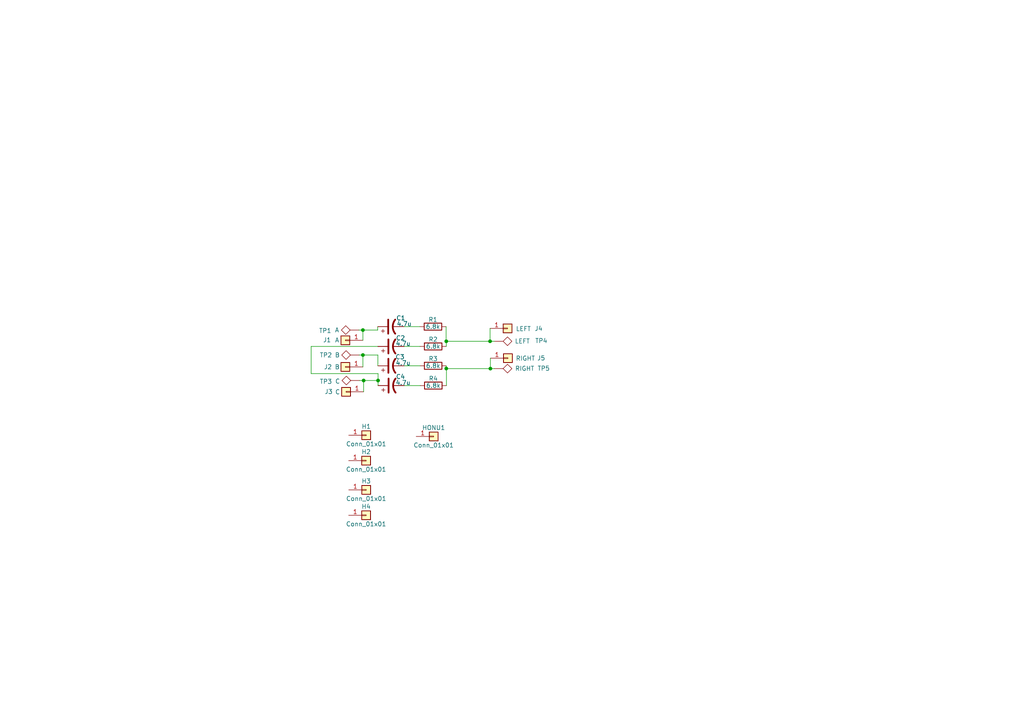
<source format=kicad_sch>
(kicad_sch (version 20230121) (generator eeschema)
  (paper "A4")
  (title_block (rev "1.1"))
  (lib_symbols
    (symbol "StereoMod-rescue:CP1" (pin_numbers hide) (pin_names (offset 0.254) hide)
      (property "Reference" "C" (at 0.635 2.54 0))
      (property "Value" "CP1" (at 0.635 -2.54 0))
      (symbol "CP1_0_1"
        (polyline (pts (xy -2.032 0.762) (xy 2.032 0.762)) (stroke (width 0.508)))
        (polyline (pts (xy -1.778 2.286) (xy -0.762 2.286)))
        (polyline (pts (xy -1.27 1.778) (xy -1.27 2.794)))
        (arc (start 2.032 -1.27) (mid 0 -0.5572) (end -2.032 -1.27) (stroke (width 0.508)))
      )
      (symbol "CP1_1_1"
        (pin passive line (at 0 3.81 270) (length 2.794) (name "~") (number "1"))
        (pin passive line (at 0 -3.81 90) (length 3.302) (name "~") (number "2"))
      )
    )
    (symbol "StereoMod-rescue:Conn_01x01" (pin_names (offset 1.016) hide)
      (property "Reference" "J" (at 0 2.54 0))
      (property "Value" "Conn_01x01" (at 0 -2.54 0))
      (symbol "Conn_01x01_1_1"
        (rectangle (start -1.27 0.127) (end 0 -0.127) (stroke (width 0.1524)))
        (rectangle (start -1.27 1.27) (end 1.27 -1.27) (stroke (width 0.254)) (fill (type background)))
        (pin passive line (at -5.08 0 0) (length 3.81) (name "Pin_1") (number "1"))
      )
    )
    (symbol "StereoMod-rescue:R" (pin_numbers hide) (pin_names (offset 0))
      (property "Reference" "R" (at 2.032 0 90))
      (property "Value" "R" (at 0 0 90))
      (symbol "R_0_1"
        (rectangle (start -1.016 -2.54) (end 1.016 2.54) (stroke (width 0.254)))
      )
      (symbol "R_1_1"
        (pin passive line (at 0 3.81 270) (length 1.27) (name "~") (number "1"))
        (pin passive line (at 0 -3.81 90) (length 1.27) (name "~") (number "2"))
      )
    )
    (symbol "StereoMod-rescue:TEST" (pin_numbers hide) (pin_names (offset 1.016) hide)
      (property "Reference" "TP" (at 0 7.62 0))
      (property "Value" "TEST" (at 0 6.35 0))
      (symbol "TEST_0_1"
        (polyline (pts (xy 0 5.08) (xy -1.27 3.81) (xy 0 2.54) (xy 1.27 3.81) (xy 0 5.08) (xy 0 5.08)))
      )
      (symbol "TEST_1_1"
        (pin passive line (at 0 0 90) (length 2.54) (name "~") (number "1"))
      )
    )
  )
  (junction (at 105.2576 95.7326))
  (junction (at 129.4384 98.9838))
  (junction (at 105.4608 110.363))
  (junction (at 105.2576 102.9716))
  (junction (at 142.24 106.9086))
  (junction (at 142.1384 98.9838))
  (junction (at 109.6518 110.363))
  (junction (at 129.4384 106.8832))
  (wire (pts (xy 109.601 102.9716) (xy 109.601 106.0958)))
  (wire (pts (xy 142.1384 95.25) (xy 142.1384 98.9838)))
  (wire (pts (xy 105.2576 98.7044) (xy 105.2576 95.7326)))
  (wire (pts (xy 90.2462 100.4824) (xy 90.2462 108.3564)))
  (wire (pts (xy 109.5502 95.7326) (xy 109.5502 94.742)))
  (wire (pts (xy 129.4384 106.0958) (xy 129.4384 106.8832)))
  (wire (pts (xy 104.267 110.363) (xy 105.4608 110.363)))
  (wire (pts (xy 117.1702 94.742) (xy 121.7676 94.742)))
  (wire (pts (xy 117.221 100.4824) (xy 121.8184 100.4824)))
  (wire (pts (xy 105.4608 110.363) (xy 109.6518 110.363)))
  (wire (pts (xy 129.4384 100.4824) (xy 129.4384 98.9838)))
  (wire (pts (xy 129.4384 98.9838) (xy 142.1384 98.9838)))
  (wire (pts (xy 129.3876 98.9838) (xy 129.4384 98.9838)))
  (wire (pts (xy 109.6518 108.3564) (xy 109.6518 110.363)))
  (wire (pts (xy 117.2718 111.8362) (xy 121.8692 111.8362)))
  (wire (pts (xy 109.6518 110.363) (xy 109.6518 111.8362)))
  (wire (pts (xy 109.601 100.4824) (xy 90.2462 100.4824)))
  (wire (pts (xy 105.2576 106.426) (xy 105.2576 102.9716)))
  (wire (pts (xy 117.221 106.0958) (xy 121.8184 106.0958)))
  (wire (pts (xy 129.4892 111.8362) (xy 129.4892 106.8832)))
  (wire (pts (xy 105.2576 102.9716) (xy 109.601 102.9716)))
  (wire (pts (xy 142.24 103.886) (xy 142.24 106.9086)))
  (wire (pts (xy 129.4892 106.8832) (xy 129.4384 106.8832)))
  (wire (pts (xy 129.4384 106.8832) (xy 129.4384 106.9086)))
  (wire (pts (xy 129.4384 106.9086) (xy 142.24 106.9086)))
  (wire (pts (xy 104.0892 95.7326) (xy 105.2576 95.7326)))
  (wire (pts (xy 142.1384 98.9838) (xy 143.383 98.9838)))
  (wire (pts (xy 104.1908 102.9716) (xy 105.2576 102.9716)))
  (wire (pts (xy 90.2462 108.3564) (xy 109.6518 108.3564)))
  (wire (pts (xy 105.2576 95.7326) (xy 109.5502 95.7326)))
  (wire (pts (xy 129.3876 94.742) (xy 129.3876 98.9838)))
  (wire (pts (xy 142.24 106.9086) (xy 143.383 106.9086)))
  (wire (pts (xy 105.4608 113.6396) (xy 105.4608 110.363)))
  (symbol (lib_id "StereoMod-rescue:R") (at 125.5776 94.742 90) (unit 1)
    (property "Reference" "R1" (at 125.5776 92.71 90))
    (property "Value" "6.8k" (at 125.5776 94.742 90))
    (property "Footprint" "Resistors_THT:R_Axial_DIN0207_L6.3mm_D2.5mm_P10.16mm_Horizontal" (effects hide))
  )
  (symbol (lib_id "StereoMod-rescue:TEST") (at 104.0892 95.7326 90) (unit 1)
    (property "Reference" "TP1" (at 94.3102 95.1992 90) (effects (justify bottom)))
    (property "Value" "A" (at 97.7392 95.7326 90))
    (property "Footprint" "TestPoint_Pad:TestPoint_Pad_2.0x4.0mm" (effects hide))
  )
  (symbol (lib_id "StereoMod-rescue:TEST") (at 104.1908 102.9716 90) (unit 1)
    (property "Reference" "TP2" (at 94.5134 102.2604 90) (effects (justify bottom)))
    (property "Value" "B" (at 97.8408 102.9716 90))
    (property "Footprint" "TestPoint_Pad:TestPoint_Pad_2.0x4.0mm" (effects hide))
  )
  (symbol (lib_id "StereoMod-rescue:TEST") (at 104.267 110.363 90) (unit 1)
    (property "Reference" "TP3" (at 94.5134 109.9312 90) (effects (justify bottom)))
    (property "Value" "C" (at 97.917 110.5916 90))
    (property "Footprint" "TestPoint_Pad:TestPoint_Pad_2.0x4.0mm" (effects hide))
  )
  (symbol (lib_id "StereoMod-rescue:TEST") (at 143.383 98.9838 270) (unit 1)
    (property "Reference" "TP4" (at 156.9974 99.568 90) (effects (justify bottom)))
    (property "Value" "LEFT" (at 151.511 98.9584 90))
    (property "Footprint" "TestPoint_Pad:TestPoint_Pad_2.0x4.0mm" (effects hide))
  )
  (symbol (lib_id "StereoMod-rescue:TEST") (at 143.383 106.9086 270) (unit 1)
    (property "Reference" "TP5" (at 157.6832 107.569 90) (effects (justify bottom)))
    (property "Value" "RIGHT" (at 152.1968 106.8832 90))
    (property "Footprint" "TestPoint_Pad:TestPoint_Pad_2.0x4.0mm" (effects hide))
  )
  (symbol (lib_id "StereoMod-rescue:CP1") (at 113.3602 94.742 90) (unit 1)
    (property "Reference" "C1" (at 117.602 92.2528 90) (effects (justify left)))
    (property "Value" "4.7u" (at 119.4308 93.9292 90) (effects (justify left)))
    (property "Footprint" "Capacitors_THT:CP_Radial_D4.0mm_P2.00mm" (effects hide))
  )
  (symbol (lib_id "StereoMod-rescue:R") (at 125.6284 100.4824 90) (unit 1)
    (property "Reference" "R2" (at 125.6284 98.4504 90))
    (property "Value" "6.8k" (at 125.6284 100.4824 90))
    (property "Footprint" "Resistors_THT:R_Axial_DIN0207_L6.3mm_D2.5mm_P10.16mm_Horizontal" (effects hide))
  )
  (symbol (lib_id "StereoMod-rescue:CP1") (at 113.411 100.4824 90) (unit 1)
    (property "Reference" "C2" (at 117.5258 98.044 90) (effects (justify left)))
    (property "Value" "4.7u" (at 119.126 99.6442 90) (effects (justify left)))
    (property "Footprint" "Capacitors_THT:CP_Radial_D4.0mm_P2.00mm" (effects hide))
  )
  (symbol (lib_id "StereoMod-rescue:R") (at 125.6284 106.0958 90) (unit 1)
    (property "Reference" "R3" (at 125.6284 104.0638 90))
    (property "Value" "6.8k" (at 125.6284 106.0958 90))
    (property "Footprint" "Resistors_THT:R_Axial_DIN0207_L6.3mm_D2.5mm_P10.16mm_Horizontal" (effects hide))
  )
  (symbol (lib_id "StereoMod-rescue:CP1") (at 113.411 106.0958 90) (unit 1)
    (property "Reference" "C3" (at 117.3734 103.5304 90) (effects (justify left)))
    (property "Value" "4.7u" (at 119.126 105.283 90) (effects (justify left)))
    (property "Footprint" "Capacitors_THT:CP_Radial_D4.0mm_P2.00mm" (effects hide))
  )
  (symbol (lib_id "StereoMod-rescue:R") (at 125.6792 111.8362 90) (unit 1)
    (property "Reference" "R4" (at 125.6792 109.8042 90))
    (property "Value" "6.8k" (at 125.6792 111.8362 90))
    (property "Footprint" "Resistors_THT:R_Axial_DIN0207_L6.3mm_D2.5mm_P10.16mm_Horizontal" (effects hide))
  )
  (symbol (lib_id "StereoMod-rescue:CP1") (at 113.4618 111.8362 90) (unit 1)
    (property "Reference" "C4" (at 117.5258 109.2454 90) (effects (justify left)))
    (property "Value" "4.7u" (at 119.126 110.998 90) (effects (justify left)))
    (property "Footprint" "Capacitors_THT:CP_Radial_D4.0mm_P2.00mm" (effects hide))
  )
  (symbol (lib_id "StereoMod-rescue:Conn_01x01") (at 147.2184 95.25 0) (unit 1)
    (property "Reference" "J4" (at 156.2354 95.3008 0))
    (property "Value" "LEFT" (at 151.8158 95.377 0))
    (property "Footprint" "Pin_Headers:Pin_Header_Straight_1x01_Pitch2.54mm" (effects hide))
  )
  (symbol (lib_id "StereoMod-rescue:Conn_01x01") (at 147.32 103.886 0) (unit 1)
    (property "Reference" "J5" (at 156.972 103.8606 0))
    (property "Value" "RIGHT" (at 152.4 103.9368 0))
    (property "Footprint" "Pin_Headers:Pin_Header_Straight_1x01_Pitch2.54mm" (effects hide))
  )
  (symbol (lib_id "StereoMod-rescue:Conn_01x01") (at 100.1776 98.7044 180) (unit 1)
    (property "Reference" "J1" (at 94.869 98.6028 0))
    (property "Value" "A" (at 97.7646 98.6536 0))
    (property "Footprint" "Pin_Headers:Pin_Header_Straight_1x01_Pitch2.54mm" (effects hide))
  )
  (symbol (lib_id "StereoMod-rescue:Conn_01x01") (at 100.1776 106.426 180) (unit 1)
    (property "Reference" "J2" (at 95.123 106.426 0))
    (property "Value" "B" (at 97.8154 106.426 0))
    (property "Footprint" "Pin_Headers:Pin_Header_Straight_1x01_Pitch2.54mm" (effects hide))
  )
  (symbol (lib_id "StereoMod-rescue:Conn_01x01") (at 100.3808 113.6396 180) (unit 1)
    (property "Reference" "J3" (at 95.3262 113.5888 0))
    (property "Value" "C" (at 97.917 113.6904 0))
    (property "Footprint" "Pin_Headers:Pin_Header_Straight_1x01_Pitch2.54mm" (effects hide))
  )
  (symbol (lib_id "StereoMod-rescue:Conn_01x01") (at 106.2228 126.238 0) (unit 1)
    (property "Reference" "H1" (at 106.2228 123.698 0))
    (property "Value" "Conn_01x01" (at 106.2228 128.778 0))
    (property "Footprint" "Connectors:1pin" (effects hide))
  )
  (symbol (lib_id "StereoMod-rescue:Conn_01x01") (at 106.1974 133.604 0) (unit 1)
    (property "Reference" "H2" (at 106.1974 131.064 0))
    (property "Value" "Conn_01x01" (at 106.1974 136.144 0))
    (property "Footprint" "Connectors:1pin" (effects hide))
  )
  (symbol (lib_id "StereoMod-rescue:Conn_01x01") (at 106.2228 142.0876 0) (unit 1)
    (property "Reference" "H3" (at 106.2228 139.5476 0))
    (property "Value" "Conn_01x01" (at 106.2228 144.6276 0))
    (property "Footprint" "Connectors:1pin" (effects hide))
  )
  (symbol (lib_id "StereoMod-rescue:Conn_01x01") (at 106.1974 149.4536 0) (unit 1)
    (property "Reference" "H4" (at 106.1974 146.9136 0))
    (property "Value" "Conn_01x01" (at 106.1974 151.9936 0))
    (property "Footprint" "Connectors:1pin" (effects hide))
  )
  (symbol (lib_id "StereoMod-rescue:Conn_01x01") (at 125.7808 126.5936 0) (unit 1)
    (property "Reference" "HONU1" (at 125.7808 124.0536 0))
    (property "Value" "Conn_01x01" (at 125.7808 129.1336 0))
    (property "Footprint" "tortule:logo" (effects hide))
  )
)
</source>
